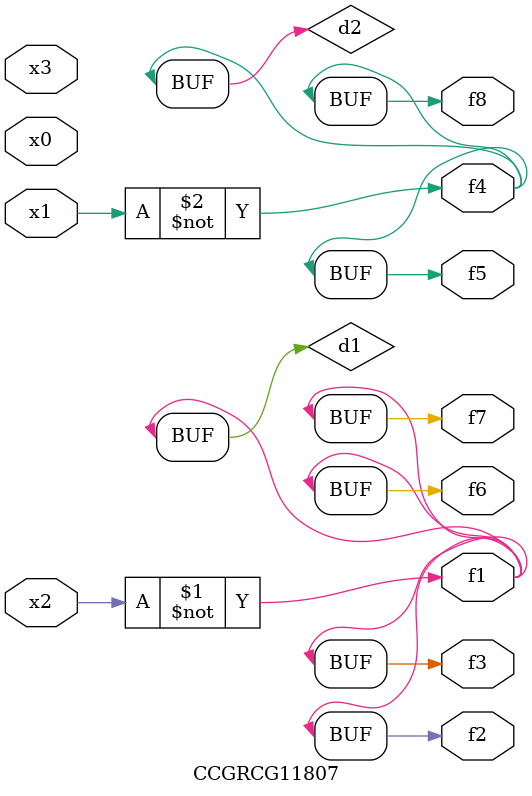
<source format=v>
module CCGRCG11807(
	input x0, x1, x2, x3,
	output f1, f2, f3, f4, f5, f6, f7, f8
);

	wire d1, d2;

	xnor (d1, x2);
	not (d2, x1);
	assign f1 = d1;
	assign f2 = d1;
	assign f3 = d1;
	assign f4 = d2;
	assign f5 = d2;
	assign f6 = d1;
	assign f7 = d1;
	assign f8 = d2;
endmodule

</source>
